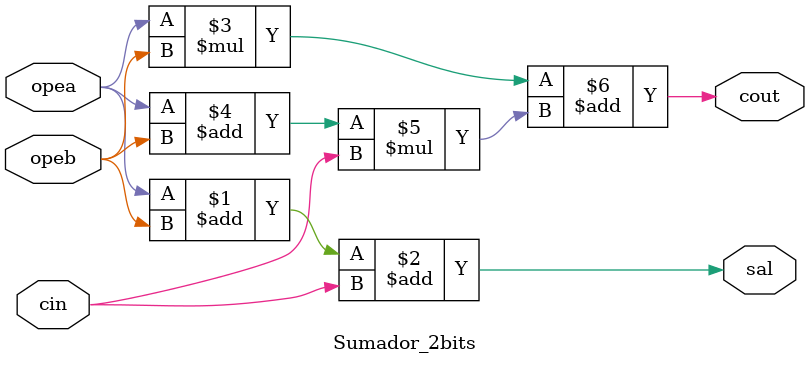
<source format=v>
 
module Sumador #(
	parameter				WORD = 32		//ancho de operadores
  )(
 	input		[WORD-1:0]	opea,		//operador a
	input		[WORD-1:0]	opeb,		//operador b
	input						cin,		//acarreo de entrada
	output	[WORD-1:0]	sal,		//resultado
	output					cout		//acarreo de salida
 
 );
	//señal intermedia para acarreos
	wire		[WORD-1:0]	carry;
	
	//instanciar sumador N bits
	genvar i;
	generate
		for (i = 0; i < WORD; i = i + 1)
		begin	:sumadorNbits
			if (i == 0)
				Sumador_2bits sum	(opea[i], opeb[i], cin, sal[i], carry[i]);
			else
				Sumador_2bits sum	(opea[i], opeb[i], carry[i-1], sal[i], carry[i]);
		end
	endgenerate
	
	assign	cout = carry[WORD-1];
	
 endmodule 

 
 module	Sumador_2bits (
	input				opea,		//operador a
	input				opeb,		//operador b
	input				cin,		//acarreo de entrada
	output			sal,		//resultado
	output			cout		//acarreo de salida
 );
	 //calculo de resultado
	 assign	sal	= opea + opeb + cin;
	 
	 //calculo de acarreo de salida
	 assign	cout	= (opea*opeb) + ((opea+opeb) * cin);
 
 endmodule 
 
 
// module Sumador (
// 	input		[3:0]	opea,		//operador a
//	input		[3:0]	opeb,		//operador b
//	input				cin,		//acarreo de entrada
//	output	[3:0]	sal,		//resultado
//	output			cout		//acarreo de salida
// 
// );
//	//señal intermedia para acarreos
//	wire		[2:0]	carry;
//	
//	//instanciar sumadores 2 bits
//	Sumador_2bits suma (opea[0], opeb[0], cin, sal[0], carry[0]);			//sumador a
//	Sumador_2bits sumb (opea[1], opeb[1], carry[0], sal[1], carry[1]);	//sumador b
//	Sumador_2bits sumc (opea[2], opeb[2], carry[1], sal[2], carry[2]);	//sumador c
//	Sumador_2bits sumd (opea[3], opeb[3], carry[2], sal[3], cout);			//sumador d
//		
// endmodule 
</source>
